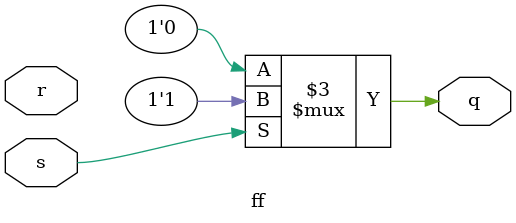
<source format=v>
module ff(input s, r,
		  output reg q);
		  
	always @(s)
		begin
			if(s) q = 1;
			else  q = 0;
		end 

endmodule		
</source>
